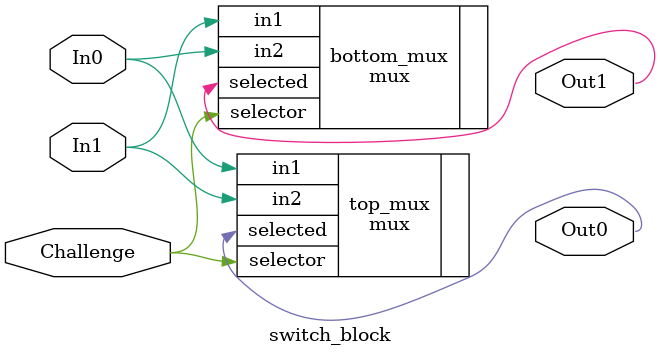
<source format=v>
`timescale 1ns / 1ps

(* DONT_TOUCH="true"*)
module switch_block(
    (* dont_touch = "true" *) input wire Challenge,
    (* dont_touch = "true" *) input wire In0,
    (* dont_touch = "true" *) input wire In1,
    (* dont_touch = "true" *) output wire Out0,
    (* dont_touch = "true" *) output wire Out1
);

(* DONT_TOUCH="true"*)
mux top_mux(
    .selector (Challenge),
    .in1 (In0),
    .in2 (In1),
    .selected (Out0)
);

(* DONT_TOUCH="true"*)
mux bottom_mux(
    .selector (Challenge),
    .in1 (In1),
    .in2 (In0),
    .selected (Out1)
);


endmodule

</source>
